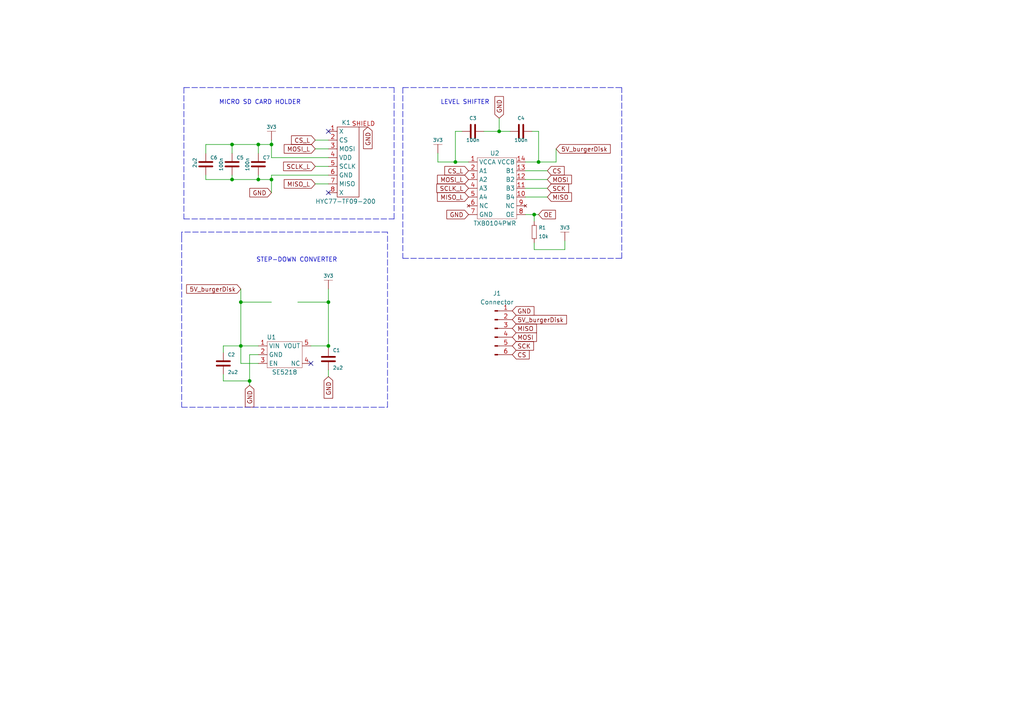
<source format=kicad_sch>
(kicad_sch (version 20250114) (generator "eeschema") (generator_version "9.0")
  (paper "A4")
  (title_block (title "MicroSD module") (date "2026-01-28") (rev "v2") (company "Colin Leroy-Mira") (comment 1 "License: CC BY-SA"))
  (lib_symbols
    (symbol "Connector:Conn_01x06_Pin" (pin_names (offset 1.016) (hide yes))
      (property "Reference" "J" (at 0 7.62 0))
      (property "Value" "Conn_01x06_Pin" (at 0 -10.16 0))
      (symbol "Conn_01x06_Pin_1_1"
        (rectangle (start 0.8636 5.207) (end 0 4.953) (stroke (width 0.1524)) (fill (type outline)))
        (rectangle (start 0.8636 2.667) (end 0 2.413) (stroke (width 0.1524)) (fill (type outline)))
        (rectangle (start 0.8636 0.127) (end 0 -0.127) (stroke (width 0.1524)) (fill (type outline)))
        (rectangle (start 0.8636 -2.413) (end 0 -2.667) (stroke (width 0.1524)) (fill (type outline)))
        (rectangle (start 0.8636 -4.953) (end 0 -5.207) (stroke (width 0.1524)) (fill (type outline)))
        (rectangle (start 0.8636 -7.493) (end 0 -7.747) (stroke (width 0.1524)) (fill (type outline)))
        (polyline (pts (xy 1.27 5.08) (xy 0.8636 5.08)) (stroke (width 0.1524)))
        (polyline (pts (xy 1.27 2.54) (xy 0.8636 2.54)) (stroke (width 0.1524)))
        (polyline (pts (xy 1.27 0) (xy 0.8636 0)) (stroke (width 0.1524)))
        (polyline (pts (xy 1.27 -2.54) (xy 0.8636 -2.54)) (stroke (width 0.1524)))
        (polyline (pts (xy 1.27 -5.08) (xy 0.8636 -5.08)) (stroke (width 0.1524)))
        (polyline (pts (xy 1.27 -7.62) (xy 0.8636 -7.62)) (stroke (width 0.1524)))
        (pin passive line (at 5.08 5.08 180) (length 3.81) (name "Pin_1") (number "1"))
        (pin passive line (at 5.08 2.54 180) (length 3.81) (name "Pin_2") (number "2"))
        (pin passive line (at 5.08 0 180) (length 3.81) (name "Pin_3") (number "3"))
        (pin passive line (at 5.08 -2.54 180) (length 3.81) (name "Pin_4") (number "4"))
        (pin passive line (at 5.08 -5.08 180) (length 3.81) (name "Pin_5") (number "5"))
        (pin passive line (at 5.08 -7.62 180) (length 3.81) (name "Pin_6") (number "6"))
      )
    )
    (symbol "e-radionica.com schematics:0603C" (pin_numbers (hide yes)) (pin_names (offset 0.002))
      (property "Reference" "C" (at -0.635 3.175 0))
      (property "Value" "0603C" (at 0 -3.175 0))
      (symbol "0603C_0_1"
        (polyline (pts (xy -0.635 1.905) (xy -0.635 -1.905)) (stroke (width 0.5)))
        (polyline (pts (xy 0.635 1.905) (xy 0.635 -1.905)) (stroke (width 0.5)))
      )
      (symbol "0603C_1_1"
        (pin passive line (at -3.175 0 0) (length 2.54) (name "~") (number "1"))
        (pin passive line (at 3.175 0 180) (length 2.54) (name "~") (number "2"))
      )
    )
    (symbol "e-radionica.com schematics:0603R" (pin_numbers (hide yes)) (pin_names (offset 0.254))
      (property "Reference" "R" (at -1.905 1.905 0))
      (property "Value" "0603R" (at 0 -1.905 0))
      (symbol "0603R_0_1"
        (rectangle (start -1.905 0.635) (end -1.8796 -0.635) (stroke (width 0.1)))
        (rectangle (start -1.905 0.635) (end 1.905 0.6096) (stroke (width 0.1)))
        (rectangle (start -1.905 -0.635) (end 1.905 -0.6604) (stroke (width 0.1)))
        (rectangle (start 1.905 0.635) (end 1.9304 -0.635) (stroke (width 0.1)))
      )
      (symbol "0603R_1_1"
        (pin passive line (at -3.175 0 0) (length 1.27) (name "~") (number "1"))
        (pin passive line (at 3.175 0 180) (length 1.27) (name "~") (number "2"))
      )
    )
    (symbol "e-radionica.com schematics:3V3" (power) (pin_names (offset 0))
      (property "Value" "3V3" (at 0 3.556 0))
      (symbol "3V3_0_1"
        (polyline (pts (xy -1.27 2.54) (xy 1.27 2.54)) (stroke (width 0.0006)))
        (polyline (pts (xy 0 0) (xy 0 2.54)))
      )
      (symbol "3V3_1_1"
        (pin power_in line (at 0 0 90) (length 0) (hide yes) (name "3V3") (number "1"))
      )
    )
    (symbol "e-radionica.com schematics:HYC77-TF09-200"
      (property "Reference" "K1" (at -1.27 11.4301 0))
      (property "Value" "HYC77-TF09-200" (at -8.89 -11.4299 0))
      (symbol "HYC77-TF09-200_0_1"
        (rectangle (start -2.54 10.16) (end 3.81 -10.16) (stroke (width 0.1524)))
      )
      (symbol "HYC77-TF09-200_1_1"
        (pin bidirectional line (at -5.08 8.89 0) (length 2.54) (name "X") (number "1"))
        (pin bidirectional line (at -5.08 6.35 0) (length 2.54) (name "CS") (number "2"))
        (pin bidirectional line (at -5.08 3.81 0) (length 2.54) (name "MOSI") (number "3"))
        (pin bidirectional line (at -5.08 1.27 0) (length 2.54) (name "VDD") (number "4"))
        (pin bidirectional line (at -5.08 -1.27 0) (length 2.54) (name "SCLK") (number "5"))
        (pin bidirectional line (at -5.08 -3.81 0) (length 2.54) (name "GND") (number "6"))
        (pin bidirectional line (at -5.08 -6.35 0) (length 2.54) (name "MISO") (number "7"))
        (pin bidirectional line (at -5.08 -8.89 0) (length 2.54) (name "X") (number "8"))
        (pin passive line (at 6.35 10.16 180) (length 2.54) (name "") (number "SHIELD"))
      )
    )
    (symbol "e-radionica.com schematics:SE5218"
      (property "Reference" "U2" (at -3.81 5.08 0))
      (property "Value" "SE5218" (at 0 -5.08 0))
      (symbol "SE5218_0_1"
        (rectangle (start -5.08 3.81) (end 5.08 -3.81) (stroke (width 0.0006)))
      )
      (symbol "SE5218_1_1"
        (pin power_in line (at -7.62 2.54 0) (length 2.54) (name "VIN") (number "1"))
        (pin passive line (at -7.62 0 0) (length 2.54) (name "GND") (number "2"))
        (pin input line (at -7.62 -2.54 0) (length 2.54) (name "EN") (number "3"))
        (pin power_out line (at 7.62 2.54 180) (length 2.54) (name "VOUT") (number "5"))
        (pin passive line (at 7.62 -2.54 180) (length 2.54) (name "NC") (number "4"))
      )
    )
    (symbol "e-radionica.com schematics:TXB0104QPWRQ1"
      (property "Reference" "U" (at 0 8.89 0))
      (property "Value" "TXB0104QPWRQ1" (at 0 -11.43 0))
      (symbol "TXB0104QPWRQ1_0_1"
        (rectangle (start -5.08 7.62) (end 6.35 -10.16) (stroke (width 0.0006)))
      )
      (symbol "TXB0104QPWRQ1_1_1"
        (pin power_in line (at -7.62 6.35 0) (length 2.54) (name "VCCA") (number "1"))
        (pin passive line (at -7.62 3.81 0) (length 2.54) (name "A1") (number "2"))
        (pin passive line (at -7.62 1.27 0) (length 2.54) (name "A2") (number "3"))
        (pin passive line (at -7.62 -1.27 0) (length 2.54) (name "A3") (number "4"))
        (pin passive line (at -7.62 -3.81 0) (length 2.54) (name "A4") (number "5"))
        (pin no_connect line (at -7.62 -6.35 0) (length 2.54) (name "NC") (number "6"))
        (pin passive line (at -7.62 -8.89 0) (length 2.54) (name "GND") (number "7"))
        (pin power_out line (at 8.89 6.35 180) (length 2.54) (name "VCCB") (number "14"))
        (pin passive line (at 8.89 3.81 180) (length 2.54) (name "B1") (number "13"))
        (pin passive line (at 8.89 1.27 180) (length 2.54) (name "B2") (number "12"))
        (pin passive line (at 8.89 -1.27 180) (length 2.54) (name "B3") (number "11"))
        (pin passive line (at 8.89 -3.81 180) (length 2.54) (name "B4") (number "10"))
        (pin no_connect line (at 8.89 -6.35 180) (length 2.54) (name "NC") (number "9"))
        (pin passive line (at 8.89 -8.89 180) (length 2.54) (name "OE") (number "8"))
      )
    )
  )
  (text "LEVEL SHIFTER" (at 127.762 30.48 0) (effects (font (size 1.27 1.27)) (justify left bottom)))
  (text "STEP-DOWN CONVERTER" (at 74.295 76.2 0) (effects (font (size 1.27 1.27)) (justify left bottom)))
  (text "MICRO SD CARD HOLDER" (at 63.5 30.48 0) (effects (font (size 1.27 1.27)) (justify left bottom)))
  (junction (at 78.74 52.07) (diameter 0.9144))
  (junction (at 72.39 110.49) (diameter 0.9144))
  (junction (at 132.08 46.99))
  (junction (at 156.21 46.99) (diameter 0.9144))
  (junction (at 95.25 87.63) (diameter 0.9144))
  (junction (at 78.74 41.91) (diameter 0.9144))
  (junction (at 95.25 100.33) (diameter 0.9144))
  (junction (at 67.31 41.91) (diameter 0.9144))
  (junction (at 67.31 52.07) (diameter 0.9144))
  (junction (at 69.85 100.33) (diameter 0.9144))
  (junction (at 154.94 62.23) (diameter 0.9144))
  (junction (at 74.93 52.07) (diameter 0.9144))
  (junction (at 69.85 87.63) (diameter 0.9144))
  (junction (at 144.78 38.1))
  (junction (at 74.93 41.91) (diameter 0.9144))
  (no_connect (at 95.25 55.88))
  (no_connect (at 90.17 105.41))
  (no_connect (at 95.25 38.1))
  (polyline (pts (xy 53.34 25.4) (xy 53.34 63.5)) (stroke (width 0) (type dash)))
  (polyline (pts (xy 116.84 74.93) (xy 180.34 74.93)) (stroke (width 0) (type dash)))
  (wire (pts (xy 72.39 110.49) (xy 72.39 111.76)))
  (wire (pts (xy 64.77 110.49) (xy 72.39 110.49)))
  (wire (pts (xy 78.74 52.07) (xy 78.74 55.88)))
  (polyline (pts (xy 52.705 118.11) (xy 112.395 118.11)) (stroke (width 0) (type dash)))
  (wire (pts (xy 64.77 108.585) (xy 64.77 110.49)))
  (wire (pts (xy 154.305 38.1) (xy 156.21 38.1)))
  (wire (pts (xy 74.93 41.91) (xy 78.74 41.91)))
  (wire (pts (xy 152.4 52.07) (xy 158.75 52.07)))
  (wire (pts (xy 64.77 102.235) (xy 64.77 100.33)))
  (wire (pts (xy 140.335 38.1) (xy 144.78 38.1)))
  (wire (pts (xy 74.93 105.41) (xy 69.85 105.41)))
  (wire (pts (xy 152.4 54.61) (xy 158.75 54.61)))
  (wire (pts (xy 78.74 41.91) (xy 78.74 45.72)))
  (wire (pts (xy 69.85 87.63) (xy 78.74 87.63)))
  (polyline (pts (xy 116.84 25.4) (xy 116.84 74.93)) (stroke (width 0) (type dash)))
  (polyline (pts (xy 116.84 25.4) (xy 180.34 25.4)) (stroke (width 0) (type dash)))
  (polyline (pts (xy 114.3 63.5) (xy 114.3 25.4)) (stroke (width 0) (type dash)))
  (wire (pts (xy 59.69 41.91) (xy 67.31 41.91)))
  (wire (pts (xy 152.4 57.15) (xy 158.75 57.15)))
  (wire (pts (xy 132.08 38.1) (xy 133.985 38.1)))
  (wire (pts (xy 154.94 62.23) (xy 154.94 64.135)))
  (polyline (pts (xy 112.395 118.11) (xy 112.395 67.31)) (stroke (width 0) (type dash)))
  (wire (pts (xy 78.74 45.72) (xy 95.25 45.72)))
  (wire (pts (xy 127 46.99) (xy 132.08 46.99)))
  (wire (pts (xy 91.44 53.34) (xy 95.25 53.34)))
  (wire (pts (xy 154.94 70.485) (xy 154.94 72.39)))
  (polyline (pts (xy 53.34 25.4) (xy 114.3 25.4)) (stroke (width 0) (type dash)))
  (wire (pts (xy 152.4 46.99) (xy 156.21 46.99)))
  (wire (pts (xy 144.78 34.29) (xy 144.78 38.1)))
  (wire (pts (xy 154.94 62.23) (xy 156.21 62.23)))
  (wire (pts (xy 91.44 48.26) (xy 95.25 48.26)))
  (wire (pts (xy 152.4 49.53) (xy 158.75 49.53)))
  (wire (pts (xy 69.85 105.41) (xy 69.85 100.33)))
  (wire (pts (xy 69.85 87.63) (xy 69.85 100.33)))
  (wire (pts (xy 59.69 44.45) (xy 59.69 41.91)))
  (wire (pts (xy 95.25 87.63) (xy 95.25 100.33)))
  (wire (pts (xy 95.25 107.315) (xy 95.25 109.22)))
  (wire (pts (xy 86.36 87.63) (xy 95.25 87.63)))
  (wire (pts (xy 59.69 52.07) (xy 67.31 52.07)))
  (wire (pts (xy 132.08 38.1) (xy 132.08 46.99)))
  (wire (pts (xy 78.74 50.8) (xy 95.25 50.8)))
  (wire (pts (xy 90.17 100.33) (xy 95.25 100.33)))
  (wire (pts (xy 74.93 41.91) (xy 74.93 44.45)))
  (wire (pts (xy 152.4 62.23) (xy 154.94 62.23)))
  (wire (pts (xy 161.29 46.99) (xy 156.21 46.99)))
  (wire (pts (xy 67.31 41.91) (xy 74.93 41.91)))
  (wire (pts (xy 144.78 38.1) (xy 147.955 38.1)))
  (wire (pts (xy 78.74 40.64) (xy 78.74 41.91)))
  (wire (pts (xy 95.25 100.33) (xy 95.25 100.965)))
  (wire (pts (xy 74.93 52.07) (xy 78.74 52.07)))
  (wire (pts (xy 67.31 52.07) (xy 74.93 52.07)))
  (wire (pts (xy 67.31 50.8) (xy 67.31 52.07)))
  (polyline (pts (xy 52.705 68.58) (xy 52.705 118.11)) (stroke (width 0) (type dash)))
  (wire (pts (xy 74.93 100.33) (xy 69.85 100.33)))
  (wire (pts (xy 74.93 102.87) (xy 72.39 102.87)))
  (wire (pts (xy 156.21 38.1) (xy 156.21 46.99)))
  (wire (pts (xy 161.29 43.18) (xy 161.29 46.99)))
  (wire (pts (xy 64.77 100.33) (xy 69.85 100.33)))
  (wire (pts (xy 95.25 87.63) (xy 95.25 83.82)))
  (polyline (pts (xy 52.705 67.31) (xy 52.705 68.58)) (stroke (width 0) (type dash)))
  (wire (pts (xy 132.08 46.99) (xy 135.89 46.99)))
  (polyline (pts (xy 53.34 63.5) (xy 114.3 63.5)) (stroke (width 0) (type dash)))
  (wire (pts (xy 74.93 50.8) (xy 74.93 52.07)))
  (wire (pts (xy 154.94 72.39) (xy 163.83 72.39)))
  (wire (pts (xy 91.44 43.18) (xy 95.25 43.18)))
  (wire (pts (xy 72.39 102.87) (xy 72.39 110.49)))
  (wire (pts (xy 163.83 72.39) (xy 163.83 69.85)))
  (polyline (pts (xy 180.34 74.93) (xy 180.34 25.4)) (stroke (width 0) (type dash)))
  (wire (pts (xy 78.74 50.8) (xy 78.74 52.07)))
  (wire (pts (xy 127 44.45) (xy 127 46.99)))
  (wire (pts (xy 67.31 41.91) (xy 67.31 44.45)))
  (polyline (pts (xy 112.395 67.31) (xy 52.705 67.31)) (stroke (width 0) (type dash)))
  (wire (pts (xy 59.69 50.8) (xy 59.69 52.07)))
  (wire (pts (xy 69.85 83.82) (xy 69.85 87.63)))
  (wire (pts (xy 91.44 40.64) (xy 95.25 40.64)))
  (global_label "OE" (shape input) (at 156.21 62.23 0) (property "Intersheetrefs" "${INTERSHEET_REFS}" (effects (hide yes))))
  (global_label "GND" (shape input) (at 78.74 55.88 180) (property "Intersheetrefs" "${INTERSHEET_REFS}" (effects (hide yes))))
  (global_label "GND" (shape input) (at 106.68 36.83 270) (property "Intersheetrefs" "${INTERSHEET_REFS}" (effects (hide yes))))
  (global_label "SCK" (shape input) (at 158.75 54.61 0) (property "Intersheetrefs" "${INTERSHEET_REFS}" (effects (hide yes))))
  (global_label "CS_L" (shape input) (at 91.44 40.64 180) (property "Intersheetrefs" "${INTERSHEET_REFS}" (effects (hide yes))))
  (global_label "MOSI" (shape input) (at 148.59 97.79 0) (property "Intersheetrefs" "${INTERSHEET_REFS}" (effects (hide yes))))
  (global_label "5V_burgerDisk" (shape input) (at 161.29 43.18 0) (property "Intersheetrefs" "${INTERSHEET_REFS}" (effects (hide yes))))
  (global_label "MOSI_L" (shape input) (at 135.89 52.07 180) (property "Intersheetrefs" "${INTERSHEET_REFS}" (effects (hide yes))))
  (global_label "CS" (shape input) (at 148.59 102.87 0) (property "Intersheetrefs" "${INTERSHEET_REFS}" (effects (hide yes))))
  (global_label "MISO" (shape input) (at 148.59 95.25 0) (property "Intersheetrefs" "${INTERSHEET_REFS}" (effects (hide yes))))
  (global_label "5V_burgerDisk" (shape input) (at 148.59 92.71 0) (property "Intersheetrefs" "${INTERSHEET_REFS}" (effects (hide yes))))
  (global_label "5V_burgerDisk" (shape input) (at 69.85 83.82 180) (property "Intersheetrefs" "${INTERSHEET_REFS}" (effects (hide yes))))
  (global_label "MISO_L" (shape input) (at 135.89 57.15 180) (property "Intersheetrefs" "${INTERSHEET_REFS}" (effects (hide yes))))
  (global_label "CS" (shape input) (at 158.75 49.53 0) (property "Intersheetrefs" "${INTERSHEET_REFS}" (effects (hide yes))))
  (global_label "CS_L" (shape input) (at 135.89 49.53 180) (property "Intersheetrefs" "${INTERSHEET_REFS}" (effects (hide yes))))
  (global_label "GND" (shape input) (at 144.78 34.29 90) (property "Intersheetrefs" "${INTERSHEET_REFS}" (effects (hide yes))))
  (global_label "SCLK_L" (shape input) (at 135.89 54.61 180) (property "Intersheetrefs" "${INTERSHEET_REFS}" (effects (hide yes))))
  (global_label "MISO_L" (shape input) (at 91.44 53.34 180) (property "Intersheetrefs" "${INTERSHEET_REFS}" (effects (hide yes))))
  (global_label "MOSI" (shape input) (at 158.75 52.07 0) (property "Intersheetrefs" "${INTERSHEET_REFS}" (effects (hide yes))))
  (global_label "GND" (shape input) (at 72.39 111.76 270) (property "Intersheetrefs" "${INTERSHEET_REFS}" (effects (hide yes))))
  (global_label "GND" (shape input) (at 135.89 62.23 180) (property "Intersheetrefs" "${INTERSHEET_REFS}" (effects (hide yes))))
  (global_label "MOSI_L" (shape input) (at 91.44 43.18 180) (property "Intersheetrefs" "${INTERSHEET_REFS}" (effects (hide yes))))
  (global_label "MISO" (shape input) (at 158.75 57.15 0) (property "Intersheetrefs" "${INTERSHEET_REFS}" (effects (hide yes))))
  (global_label "GND" (shape input) (at 148.59 90.17 0) (property "Intersheetrefs" "${INTERSHEET_REFS}" (effects (hide yes))))
  (global_label "SCLK_L" (shape input) (at 91.44 48.26 180) (property "Intersheetrefs" "${INTERSHEET_REFS}" (effects (hide yes))))
  (global_label "SCK" (shape input) (at 148.59 100.33 0) (property "Intersheetrefs" "${INTERSHEET_REFS}" (effects (hide yes))))
  (global_label "GND" (shape input) (at 95.25 109.22 270) (property "Intersheetrefs" "${INTERSHEET_REFS}" (effects (hide yes))))
  (symbol (lib_id "e-radionica.com schematics:0603C") (at 137.16 38.1 0) (unit 1)
    (property "Reference" "C3" (at 137.16 34.29 0) (effects (font (size 1 1))))
    (property "Value" "100n" (at 137.16 40.64 0) (effects (font (size 1 1))))
    (property "Footprint" "Capacitor_SMD:C_0603_1608Metric" (effects (hide yes)))
    (property "LCSC" "C1590" (effects (hide yes)))
  )
  (symbol (lib_id "e-radionica.com schematics:3V3") (at 78.74 40.64 0) (unit 1)
    (property "Reference" "#PWR01" (effects (hide yes)))
    (property "Value" "3V3" (at 78.74 36.83 0) (effects (font (size 1 1))))
  )
  (symbol (lib_id "e-radionica.com schematics:SE5218") (at 82.55 102.87 0) (unit 1)
    (property "Reference" "U1" (at 78.74 97.79 0))
    (property "Value" "SE5218" (at 82.55 107.95 0))
    (property "Footprint" "Package_TO_SOT_SMD:SOT-23-5" (effects (hide yes)))
    (property "LCSC" "C118233" (effects (hide yes)))
  )
  (symbol (lib_id "e-radionica.com schematics:0603C") (at 59.69 47.625 90) (unit 1)
    (property "Reference" "C6" (at 60.96 45.72 90) (effects (font (size 1 1)) (justify right)))
    (property "Value" "2u2" (at 56.515 45.72 0) (effects (font (size 1 1)) (justify right)))
    (property "Footprint" "Capacitor_SMD:C_0603_1608Metric" (effects (hide yes)))
    (property "LCSC" "C1607" (effects (hide yes)))
  )
  (symbol (lib_id "e-radionica.com schematics:0603C") (at 95.25 104.14 90) (unit 1)
    (property "Reference" "C1" (at 96.52 101.6 90) (effects (font (size 1 1)) (justify right)))
    (property "Value" "2u2" (at 96.52 106.68 90) (effects (font (size 1 1)) (justify right)))
    (property "Footprint" "Capacitor_SMD:C_0603_1608Metric" (effects (hide yes)))
    (property "LCSC" "C1607" (effects (hide yes)))
  )
  (symbol (lib_id "e-radionica.com schematics:3V3") (at 95.25 83.82 0) (unit 1)
    (property "Reference" "#PWR05" (effects (hide yes)))
    (property "Value" "3V3" (at 95.25 80.01 0) (effects (font (size 1 1))))
  )
  (symbol (lib_id "Connector:Conn_01x06_Pin") (at 143.51 95.25 0) (unit 1)
    (property "Reference" "J1" (at 144.145 85.09 0))
    (property "Value" "Connector" (at 144.145 87.63 0))
    (property "Footprint" "Connector_PinHeader_2.54mm:PinHeader_1x06_P2.54mm_Horizontal" (effects (hide yes)))
    (property "Description" "Generic connector, single row, 01x06, script generated" (effects (hide yes)))
    (property "LCSC" "C56816" (effects (hide yes)))
  )
  (symbol (lib_id "e-radionica.com schematics:HYC77-TF09-200") (at 100.33 46.99 0) (unit 1)
    (property "Reference" "K1" (at 99.06 35.5599 0) (effects (justify left)))
    (property "Value" "HYC77-TF09-200" (at 91.44 58.4199 0) (effects (justify left)))
    (property "Footprint" "HYC04-TF09-200:MICROSD-HYC77-TF09-200" (effects (hide yes)))
    (property "LCSC" "C341092" (effects (hide yes)))
  )
  (symbol (lib_id "e-radionica.com schematics:0603R") (at 154.94 67.31 90) (unit 1)
    (property "Reference" "R1" (at 156.21 66.04 90) (effects (font (size 1 1)) (justify right)))
    (property "Value" "10k" (at 156.21 68.58 90) (effects (font (size 1 1)) (justify right)))
    (property "Footprint" "Resistor_SMD:R_0603_1608Metric" (effects (hide yes)))
    (property "LCSC" "C177337" (effects (hide yes)))
  )
  (symbol (lib_id "e-radionica.com schematics:0603C") (at 67.31 47.625 90) (unit 1)
    (property "Reference" "C5" (at 68.58 45.72 90) (effects (font (size 1 1)) (justify right)))
    (property "Value" "100n" (at 64.135 45.72 0) (effects (font (size 1 1)) (justify right)))
    (property "Footprint" "Capacitor_SMD:C_0603_1608Metric" (effects (hide yes)))
    (property "LCSC" "C1590" (effects (hide yes)))
  )
  (symbol (lib_id "e-radionica.com schematics:0603C") (at 74.93 47.625 90) (unit 1)
    (property "Reference" "C7" (at 76.2 45.72 90) (effects (font (size 1 1)) (justify right)))
    (property "Value" "100n" (at 71.755 45.72 0) (effects (font (size 1 1)) (justify right)))
    (property "Footprint" "Capacitor_SMD:C_0603_1608Metric" (effects (hide yes)))
    (property "LCSC" "C1590" (effects (hide yes)))
  )
  (symbol (lib_id "e-radionica.com schematics:3V3") (at 127 44.45 0) (unit 1)
    (property "Reference" "#PWR07" (effects (hide yes)))
    (property "Value" "3V3" (at 127 40.64 0) (effects (font (size 1 1))))
  )
  (symbol (lib_id "e-radionica.com schematics:0603C") (at 64.77 105.41 90) (unit 1)
    (property "Reference" "C2" (at 66.04 102.87 90) (effects (font (size 1 1)) (justify right)))
    (property "Value" "2u2" (at 66.04 107.95 90) (effects (font (size 1 1)) (justify right)))
    (property "Footprint" "Capacitor_SMD:C_0603_1608Metric" (effects (hide yes)))
    (property "LCSC" "C1607" (effects (hide yes)))
  )
  (symbol (lib_id "e-radionica.com schematics:0603C") (at 151.13 38.1 0) (unit 1)
    (property "Reference" "C4" (at 151.13 34.29 0) (effects (font (size 1 1))))
    (property "Value" "100n" (at 151.13 40.64 0) (effects (font (size 1 1))))
    (property "Footprint" "Capacitor_SMD:C_0603_1608Metric" (effects (hide yes)))
    (property "LCSC" "C1590" (effects (hide yes)))
  )
  (symbol (lib_id "e-radionica.com schematics:3V3") (at 163.83 69.85 0) (unit 1)
    (property "Reference" "#PWR011" (effects (hide yes)))
    (property "Value" "3V3" (at 163.83 66.04 0) (effects (font (size 1 1))))
  )
  (symbol (lib_id "e-radionica.com schematics:TXB0104QPWRQ1") (at 143.51 53.34 0) (unit 1)
    (property "Reference" "U2" (at 143.51 44.45 0))
    (property "Value" "TXB0104PWR" (at 143.51 64.77 0))
    (property "Footprint" "Package_SO:TSSOP-14-1EP_4.4x5mm_P0.65mm" (effects (hide yes)))
    (property "LCSC" "C60708" (effects (hide yes)))
  )
)
</source>
